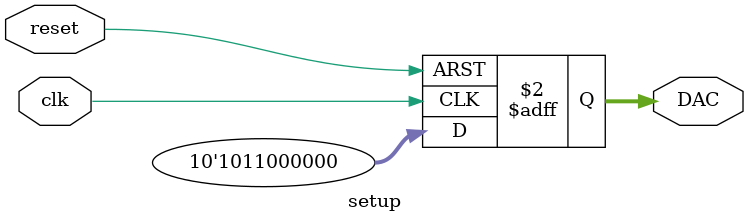
<source format=v>
`timescale 1ns / 1ps


module setup(clk, reset, DAC);

    input clk, reset;
    output reg [9:0] DAC;
    
    always @(posedge clk, posedge reset) begin
        if(reset) begin
            DAC <= 0;
        end
        else begin
            DAC <= 10'b1011000000;
        end
    end

endmodule

</source>
